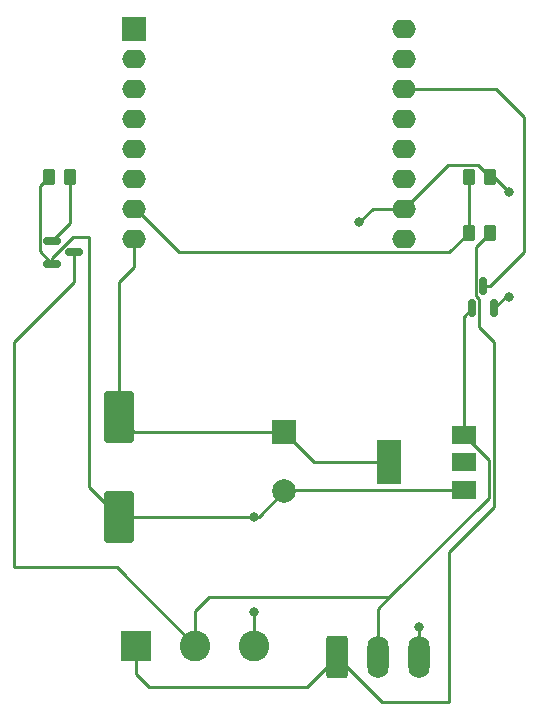
<source format=gbr>
%TF.GenerationSoftware,KiCad,Pcbnew,7.0.7*%
%TF.CreationDate,2023-10-27T22:05:31-06:00*%
%TF.ProjectId,RatGDO-OpenSource,52617447-444f-42d4-9f70-656e536f7572,rev?*%
%TF.SameCoordinates,Original*%
%TF.FileFunction,Copper,L1,Top*%
%TF.FilePolarity,Positive*%
%FSLAX46Y46*%
G04 Gerber Fmt 4.6, Leading zero omitted, Abs format (unit mm)*
G04 Created by KiCad (PCBNEW 7.0.7) date 2023-10-27 22:05:31*
%MOMM*%
%LPD*%
G01*
G04 APERTURE LIST*
G04 Aperture macros list*
%AMRoundRect*
0 Rectangle with rounded corners*
0 $1 Rounding radius*
0 $2 $3 $4 $5 $6 $7 $8 $9 X,Y pos of 4 corners*
0 Add a 4 corners polygon primitive as box body*
4,1,4,$2,$3,$4,$5,$6,$7,$8,$9,$2,$3,0*
0 Add four circle primitives for the rounded corners*
1,1,$1+$1,$2,$3*
1,1,$1+$1,$4,$5*
1,1,$1+$1,$6,$7*
1,1,$1+$1,$8,$9*
0 Add four rect primitives between the rounded corners*
20,1,$1+$1,$2,$3,$4,$5,0*
20,1,$1+$1,$4,$5,$6,$7,0*
20,1,$1+$1,$6,$7,$8,$9,0*
20,1,$1+$1,$8,$9,$2,$3,0*%
G04 Aperture macros list end*
%TA.AperFunction,SMDPad,CuDef*%
%ADD10R,2.000000X1.500000*%
%TD*%
%TA.AperFunction,SMDPad,CuDef*%
%ADD11R,2.000000X3.800000*%
%TD*%
%TA.AperFunction,SMDPad,CuDef*%
%ADD12RoundRect,0.250000X-0.262500X-0.450000X0.262500X-0.450000X0.262500X0.450000X-0.262500X0.450000X0*%
%TD*%
%TA.AperFunction,ComponentPad*%
%ADD13R,2.000000X2.000000*%
%TD*%
%TA.AperFunction,ComponentPad*%
%ADD14O,2.000000X1.600000*%
%TD*%
%TA.AperFunction,SMDPad,CuDef*%
%ADD15RoundRect,0.150000X-0.587500X-0.150000X0.587500X-0.150000X0.587500X0.150000X-0.587500X0.150000X0*%
%TD*%
%TA.AperFunction,ComponentPad*%
%ADD16C,2.000000*%
%TD*%
%TA.AperFunction,SMDPad,CuDef*%
%ADD17RoundRect,0.150000X0.150000X-0.587500X0.150000X0.587500X-0.150000X0.587500X-0.150000X-0.587500X0*%
%TD*%
%TA.AperFunction,ComponentPad*%
%ADD18RoundRect,0.250000X-0.650000X-1.550000X0.650000X-1.550000X0.650000X1.550000X-0.650000X1.550000X0*%
%TD*%
%TA.AperFunction,ComponentPad*%
%ADD19O,1.800000X3.600000*%
%TD*%
%TA.AperFunction,ComponentPad*%
%ADD20R,2.600000X2.600000*%
%TD*%
%TA.AperFunction,ComponentPad*%
%ADD21C,2.600000*%
%TD*%
%TA.AperFunction,SMDPad,CuDef*%
%ADD22RoundRect,0.250000X-1.000000X1.950000X-1.000000X-1.950000X1.000000X-1.950000X1.000000X1.950000X0*%
%TD*%
%TA.AperFunction,SMDPad,CuDef*%
%ADD23RoundRect,0.250000X0.262500X0.450000X-0.262500X0.450000X-0.262500X-0.450000X0.262500X-0.450000X0*%
%TD*%
%TA.AperFunction,ViaPad*%
%ADD24C,0.800000*%
%TD*%
%TA.AperFunction,Conductor*%
%ADD25C,0.250000*%
%TD*%
G04 APERTURE END LIST*
D10*
%TO.P,U2,1,GND*%
%TO.N,GND*%
X157430000Y-105170000D03*
%TO.P,U2,2,VO*%
%TO.N,VCC*%
X157430000Y-102870000D03*
D11*
X151130000Y-102870000D03*
D10*
%TO.P,U2,3,VI*%
%TO.N,Net-(J1-Pin_2)*%
X157430000Y-100570000D03*
%TD*%
D12*
%TO.P,R3,1*%
%TO.N,GND*%
X122277500Y-78740000D03*
%TO.P,R3,2*%
%TO.N,Net-(Q2-G)*%
X124102500Y-78740000D03*
%TD*%
D13*
%TO.P,U1,1,~{RST}*%
%TO.N,unconnected-(U1-~{RST}-Pad1)*%
X129547500Y-66160000D03*
D14*
%TO.P,U1,2,A0*%
%TO.N,unconnected-(U1-A0-Pad2)*%
X129547500Y-68700000D03*
%TO.P,U1,3,D0*%
%TO.N,unconnected-(U1-D0-Pad3)*%
X129547500Y-71240000D03*
%TO.P,U1,4,SCK/D5*%
%TO.N,unconnected-(U1-SCK{slash}D5-Pad4)*%
X129547500Y-73780000D03*
%TO.P,U1,5,MISO/D6*%
%TO.N,unconnected-(U1-MISO{slash}D6-Pad5)*%
X129547500Y-76320000D03*
%TO.P,U1,6,MOSI/D7*%
%TO.N,unconnected-(U1-MOSI{slash}D7-Pad6)*%
X129547500Y-78860000D03*
%TO.P,U1,7,CS/D8*%
%TO.N,Net-(U1-CS{slash}D8)*%
X129547500Y-81400000D03*
%TO.P,U1,8,3V3*%
%TO.N,VCC*%
X129547500Y-83940000D03*
%TO.P,U1,9,5V*%
%TO.N,unconnected-(U1-5V-Pad9)*%
X152407500Y-83940000D03*
%TO.P,U1,10,GND*%
%TO.N,GND*%
X152407500Y-81400000D03*
%TO.P,U1,11,D4*%
%TO.N,unconnected-(U1-D4-Pad11)*%
X152407500Y-78860000D03*
%TO.P,U1,12,D3*%
%TO.N,unconnected-(U1-D3-Pad12)*%
X152407500Y-76320000D03*
%TO.P,U1,13,SDA/D2*%
%TO.N,unconnected-(U1-SDA{slash}D2-Pad13)*%
X152407500Y-73780000D03*
%TO.P,U1,14,SCL/D1*%
%TO.N,Net-(Q1-D)*%
X152407500Y-71240000D03*
%TO.P,U1,15,RX*%
%TO.N,unconnected-(U1-RX-Pad15)*%
X152407500Y-68700000D03*
%TO.P,U1,16,TX*%
%TO.N,unconnected-(U1-TX-Pad16)*%
X152407500Y-66160000D03*
%TD*%
D15*
%TO.P,Q2,1,G*%
%TO.N,Net-(Q2-G)*%
X122585000Y-84140000D03*
%TO.P,Q2,2,S*%
%TO.N,GND*%
X122585000Y-86040000D03*
%TO.P,Q2,3,D*%
%TO.N,Net-(J1-Pin_2)*%
X124460000Y-85090000D03*
%TD*%
D13*
%TO.P,C2,1*%
%TO.N,VCC*%
X142240000Y-100330000D03*
D16*
%TO.P,C2,2*%
%TO.N,GND*%
X142240000Y-105330000D03*
%TD*%
D17*
%TO.P,Q1,1,G*%
%TO.N,Net-(J1-Pin_2)*%
X158132500Y-89837500D03*
%TO.P,Q1,2,S*%
%TO.N,GND*%
X160032500Y-89837500D03*
%TO.P,Q1,3,D*%
%TO.N,Net-(Q1-D)*%
X159082500Y-87962500D03*
%TD*%
D18*
%TO.P,J2,1,Pin_1*%
%TO.N,Net-(J1-Pin_1)*%
X146670000Y-119380000D03*
D19*
%TO.P,J2,2,Pin_2*%
%TO.N,Net-(J1-Pin_2)*%
X150170000Y-119380000D03*
%TO.P,J2,3,Pin_3*%
%TO.N,GND*%
X153670000Y-119380000D03*
%TD*%
D20*
%TO.P,J1,1,Pin_1*%
%TO.N,Net-(J1-Pin_1)*%
X129700000Y-118415000D03*
D21*
%TO.P,J1,2,Pin_2*%
%TO.N,Net-(J1-Pin_2)*%
X134700000Y-118415000D03*
%TO.P,J1,3,Pin_3*%
%TO.N,GND*%
X139700000Y-118415000D03*
%TD*%
D12*
%TO.P,R2,1*%
%TO.N,Net-(U1-CS{slash}D8)*%
X157837500Y-78740000D03*
%TO.P,R2,2*%
%TO.N,GND*%
X159662500Y-78740000D03*
%TD*%
D22*
%TO.P,C1,1*%
%TO.N,VCC*%
X128270000Y-99060000D03*
%TO.P,C1,2*%
%TO.N,GND*%
X128270000Y-107460000D03*
%TD*%
D23*
%TO.P,R1,1*%
%TO.N,Net-(J1-Pin_1)*%
X159662500Y-83462500D03*
%TO.P,R1,2*%
%TO.N,Net-(U1-CS{slash}D8)*%
X157837500Y-83462500D03*
%TD*%
D24*
%TO.N,GND*%
X153670000Y-116840000D03*
X139700000Y-107460000D03*
X139700000Y-115570000D03*
X161290000Y-88900000D03*
X161290000Y-80010000D03*
X148590000Y-82550000D03*
%TD*%
D25*
%TO.N,Net-(J1-Pin_2)*%
X134700000Y-118415000D02*
X134700000Y-115490000D01*
X124460000Y-87630000D02*
X124460000Y-85090000D01*
X150170000Y-115260000D02*
X151130000Y-114300000D01*
X134700000Y-115490000D02*
X135890000Y-114300000D01*
X157430000Y-100570000D02*
X157430000Y-90540000D01*
X151130000Y-114300000D02*
X159570000Y-105860000D01*
X134700000Y-118415000D02*
X128045000Y-111760000D01*
X150170000Y-119380000D02*
X150170000Y-115260000D01*
X159570000Y-105860000D02*
X159570000Y-102710000D01*
X135890000Y-114300000D02*
X149860000Y-114300000D01*
X119380000Y-92710000D02*
X124460000Y-87630000D01*
X149860000Y-114300000D02*
X151130000Y-114300000D01*
X159570000Y-102710000D02*
X157430000Y-100570000D01*
X119380000Y-111760000D02*
X119380000Y-92710000D01*
X157430000Y-90540000D02*
X158132500Y-89837500D01*
X128045000Y-111760000D02*
X119380000Y-111760000D01*
%TO.N,Net-(J1-Pin_1)*%
X158757500Y-89046751D02*
X158457500Y-88746751D01*
X158457500Y-84667500D02*
X159662500Y-83462500D01*
X129700000Y-118415000D02*
X129700000Y-120810000D01*
X158457500Y-88746751D02*
X158457500Y-84667500D01*
X144130000Y-121920000D02*
X146670000Y-119380000D01*
X156210000Y-110490000D02*
X160020000Y-106680000D01*
X158757500Y-91447500D02*
X158757500Y-89046751D01*
X146670000Y-119380000D02*
X150480000Y-123190000D01*
X160020000Y-106680000D02*
X160020000Y-92710000D01*
X129700000Y-120810000D02*
X130810000Y-121920000D01*
X150480000Y-123190000D02*
X156210000Y-123190000D01*
X160020000Y-92710000D02*
X158757500Y-91447500D01*
X156210000Y-123190000D02*
X156210000Y-110490000D01*
X130810000Y-121920000D02*
X144130000Y-121920000D01*
%TO.N,Net-(Q1-D)*%
X159082500Y-87962500D02*
X159687500Y-87962500D01*
X159687500Y-87962500D02*
X162560000Y-85090000D01*
X162560000Y-73660000D02*
X160140000Y-71240000D01*
X160140000Y-71240000D02*
X152407500Y-71240000D01*
X162560000Y-85090000D02*
X162560000Y-73660000D01*
%TO.N,Net-(Q2-G)*%
X124102500Y-82622500D02*
X124102500Y-78740000D01*
X122585000Y-84140000D02*
X124102500Y-82622500D01*
%TO.N,Net-(U1-CS{slash}D8)*%
X157837500Y-83462500D02*
X157837500Y-78740000D01*
X133350000Y-85090000D02*
X129660000Y-81400000D01*
X157837500Y-83462500D02*
X156210000Y-85090000D01*
X129660000Y-81400000D02*
X129547500Y-81400000D01*
X156210000Y-85090000D02*
X133350000Y-85090000D01*
%TO.N,GND*%
X125730000Y-104920000D02*
X125730000Y-83820000D01*
X158637500Y-77715000D02*
X159662500Y-78740000D01*
X128270000Y-107460000D02*
X139700000Y-107460000D01*
X140110000Y-107460000D02*
X142240000Y-105330000D01*
X161290000Y-88900000D02*
X160970000Y-88900000D01*
X160970000Y-88900000D02*
X160032500Y-89837500D01*
X128270000Y-107460000D02*
X125730000Y-104920000D01*
X121522500Y-79495000D02*
X122277500Y-78740000D01*
X160020000Y-78740000D02*
X161290000Y-80010000D01*
X156092500Y-77715000D02*
X158637500Y-77715000D01*
X152407500Y-81400000D02*
X156092500Y-77715000D01*
X153670000Y-116840000D02*
X153670000Y-119380000D01*
X159662500Y-78740000D02*
X160020000Y-78740000D01*
X142400000Y-105170000D02*
X142240000Y-105330000D01*
X124320749Y-83820000D02*
X122585000Y-85555749D01*
X149740000Y-81400000D02*
X152407500Y-81400000D01*
X121522500Y-84977500D02*
X121522500Y-79495000D01*
X125730000Y-83820000D02*
X124320749Y-83820000D01*
X122585000Y-85555749D02*
X122585000Y-86040000D01*
X148590000Y-82550000D02*
X149740000Y-81400000D01*
X139700000Y-118415000D02*
X139700000Y-115570000D01*
X157430000Y-105170000D02*
X142400000Y-105170000D01*
X139700000Y-107460000D02*
X140110000Y-107460000D01*
X122585000Y-86040000D02*
X121522500Y-84977500D01*
%TO.N,VCC*%
X144780000Y-102870000D02*
X142240000Y-100330000D01*
X128270000Y-99060000D02*
X128270000Y-87630000D01*
X151130000Y-102870000D02*
X144780000Y-102870000D01*
X128270000Y-87630000D02*
X129547500Y-86352500D01*
X142240000Y-100330000D02*
X129540000Y-100330000D01*
X129547500Y-86352500D02*
X129547500Y-83940000D01*
X129540000Y-100330000D02*
X128270000Y-99060000D01*
%TD*%
M02*

</source>
